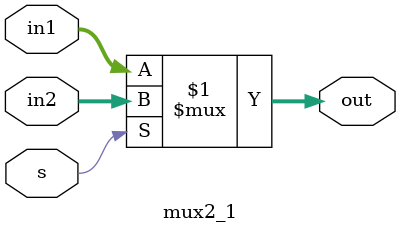
<source format=sv>
`timescale 1ns/1ns

module mux2_1(
  input[31:0] in1,
  input[31:0] in2,
  input s,//select line
  output[31:0] out
);
  assign out=s?in2:in1;
  //s=0,out=in1
  //s=1,out=in2
endmodule
</source>
